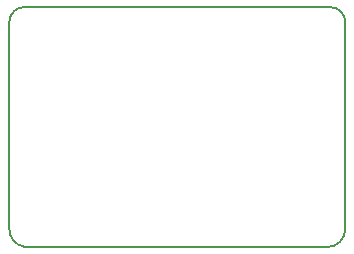
<source format=gbr>
G04 #@! TF.GenerationSoftware,KiCad,Pcbnew,(5.0.0)*
G04 #@! TF.CreationDate,2018-08-05T21:05:08-04:00*
G04 #@! TF.ProjectId,5vStepDown,357653746570446F776E2E6B69636164,rev?*
G04 #@! TF.SameCoordinates,Original*
G04 #@! TF.FileFunction,Profile,NP*
%FSLAX46Y46*%
G04 Gerber Fmt 4.6, Leading zero omitted, Abs format (unit mm)*
G04 Created by KiCad (PCBNEW (5.0.0)) date 08/05/18 21:05:08*
%MOMM*%
%LPD*%
G01*
G04 APERTURE LIST*
%ADD10C,0.150000*%
G04 APERTURE END LIST*
D10*
X161039456Y-106659264D02*
G75*
G02X159766000Y-105156000I250544J1503264D01*
G01*
X159766000Y-87630000D02*
G75*
G02X161036000Y-86360000I1270000J0D01*
G01*
X186944000Y-86360000D02*
G75*
G02X188214000Y-87630000I0J-1270000D01*
G01*
X188214000Y-105156000D02*
G75*
G02X186690000Y-106680000I-1524000J0D01*
G01*
X168148000Y-106680000D02*
X161036000Y-106680000D01*
X186690000Y-106680000D02*
X168148000Y-106680000D01*
X161036000Y-86360000D02*
X186944000Y-86360000D01*
X159766000Y-105156000D02*
X159766000Y-87630000D01*
X188214000Y-87630000D02*
X188214000Y-105156000D01*
M02*

</source>
